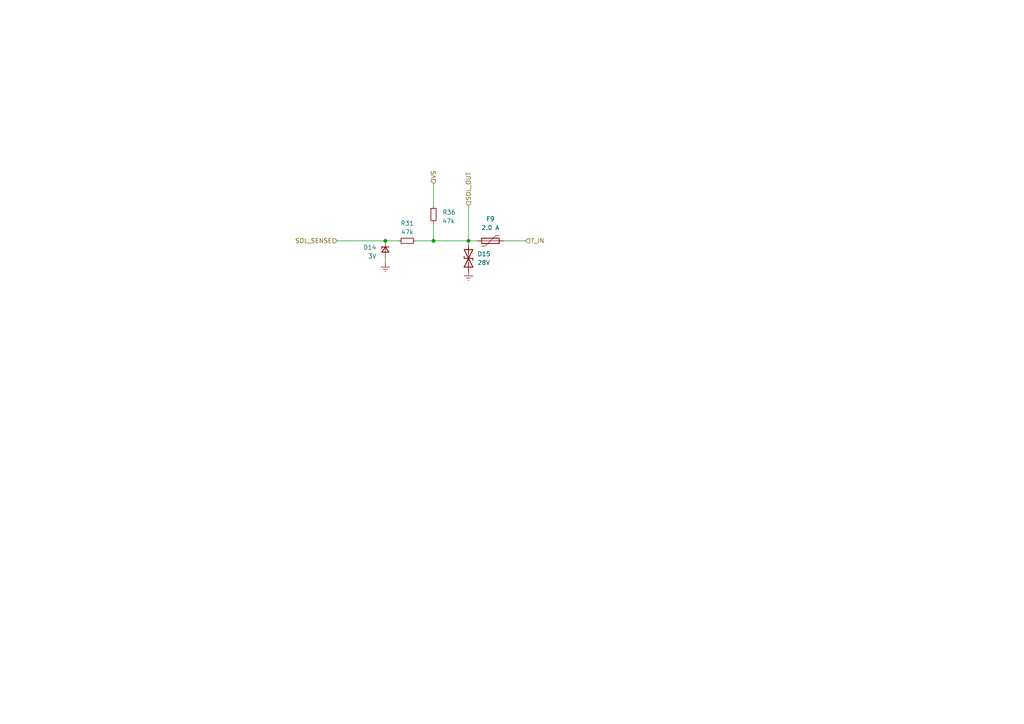
<source format=kicad_sch>
(kicad_sch (version 20250114) (generator "eeschema") (generator_version "9.0")
  (paper "A4")
  (lib_symbols
    (symbol "Device:D_TVS" (pin_numbers (hide yes)) (pin_names (offset 1.016) (hide yes))
      (property "Reference" "D" (at 0 2.54 0))
      (property "Value" "D_TVS" (at 0 -2.54 0))
      (symbol "D_TVS_0_1"
        (polyline (pts (xy -2.54 1.27) (xy -2.54 -1.27) (xy 2.54 1.27) (xy 2.54 -1.27) (xy -2.54 1.27)) (stroke (width 0.254)))
        (polyline (pts (xy 0.508 1.27) (xy 0 1.27) (xy 0 -1.27) (xy -0.508 -1.27)) (stroke (width 0.254)))
        (polyline (pts (xy 1.27 0) (xy -1.27 0)))
      )
      (symbol "D_TVS_1_1"
        (pin passive line (at -3.81 0 0) (length 2.54) (name "A1") (number "1"))
        (pin passive line (at 3.81 0 180) (length 2.54) (name "A2") (number "2"))
      )
    )
    (symbol "Device:D_Zener_Small" (pin_numbers (hide yes)) (pin_names (offset 0.254) (hide yes))
      (property "Reference" "D" (at 0 2.286 0))
      (property "Value" "D_Zener_Small" (at 0 -2.286 0))
      (symbol "D_Zener_Small_0_1"
        (polyline (pts (xy -0.254 1.016) (xy -0.762 1.016) (xy -0.762 -1.016)) (stroke (width 0.254)))
        (polyline (pts (xy 0.762 1.016) (xy -0.762 0) (xy 0.762 -1.016) (xy 0.762 1.016)) (stroke (width 0.254)))
        (polyline (pts (xy 0.762 0) (xy -0.762 0)))
      )
      (symbol "D_Zener_Small_1_1"
        (pin passive line (at -2.54 0 0) (length 1.778) (name "K") (number "1"))
        (pin passive line (at 2.54 0 180) (length 1.778) (name "A") (number "2"))
      )
    )
    (symbol "Device:Polyfuse" (pin_numbers (hide yes)) (pin_names (offset 0))
      (property "Reference" "F" (at -2.54 0 90))
      (property "Value" "Polyfuse" (at 2.54 0 90))
      (symbol "Polyfuse_0_1"
        (polyline (pts (xy -1.524 2.54) (xy -1.524 1.524) (xy 1.524 -1.524) (xy 1.524 -2.54)))
        (rectangle (start -0.762 2.54) (end 0.762 -2.54) (stroke (width 0.254)))
        (polyline (pts (xy 0 2.54) (xy 0 -2.54)))
      )
      (symbol "Polyfuse_1_1"
        (pin passive line (at 0 3.81 270) (length 1.27) (name "~") (number "1"))
        (pin passive line (at 0 -3.81 90) (length 1.27) (name "~") (number "2"))
      )
    )
    (symbol "Device:R_Small" (pin_numbers (hide yes)) (pin_names (offset 0.254) (hide yes))
      (property "Reference" "R" (at 0.762 0.508 0))
      (property "Value" "R_Small" (at 0.762 -1.016 0))
      (symbol "R_Small_0_1"
        (rectangle (start -0.762 1.778) (end 0.762 -1.778) (stroke (width 0.2032)))
      )
      (symbol "R_Small_1_1"
        (pin passive line (at 0 2.54 270) (length 0.762) (name "~") (number "1"))
        (pin passive line (at 0 -2.54 90) (length 0.762) (name "~") (number "2"))
      )
    )
    (symbol "Earth_12" (power) (pin_names (offset 0))
      (symbol "Earth_12_0_1"
        (polyline (pts (xy -0.635 -1.905) (xy 0.635 -1.905)))
        (polyline (pts (xy -0.127 -2.54) (xy 0.127 -2.54)))
        (polyline (pts (xy 0 -1.27) (xy 0 0)))
        (polyline (pts (xy 1.27 -1.27) (xy -1.27 -1.27)))
      )
      (symbol "Earth_12_1_1"
        (pin power_in line (at 0 0 270) (length 0) (hide yes) (name "Earth") (number "1"))
      )
    )
    (symbol "power:Earth" (power) (pin_names (offset 0))
      (symbol "Earth_0_1"
        (polyline (pts (xy -0.635 -1.905) (xy 0.635 -1.905)))
        (polyline (pts (xy -0.127 -2.54) (xy 0.127 -2.54)))
        (polyline (pts (xy 0 -1.27) (xy 0 0)))
        (polyline (pts (xy 1.27 -1.27) (xy -1.27 -1.27)))
      )
      (symbol "Earth_1_1"
        (pin power_in line (at 0 0 270) (length 0) (hide yes) (name "Earth") (number "1"))
      )
    )
  )
  (junction (at 135.89 69.85))
  (junction (at 125.73 69.85))
  (junction (at 111.76 69.85))
  (wire (pts (xy 125.73 53.34) (xy 125.73 59.69)))
  (wire (pts (xy 111.76 74.93) (xy 111.76 76.2)))
  (wire (pts (xy 125.73 69.85) (xy 135.89 69.85)))
  (wire (pts (xy 135.89 69.85) (xy 138.43 69.85)))
  (wire (pts (xy 120.65 69.85) (xy 125.73 69.85)))
  (wire (pts (xy 135.89 59.69) (xy 135.89 69.85)))
  (wire (pts (xy 125.73 64.77) (xy 125.73 69.85)))
  (wire (pts (xy 135.89 69.85) (xy 135.89 71.12)))
  (wire (pts (xy 111.76 69.85) (xy 115.57 69.85)))
  (wire (pts (xy 146.05 69.85) (xy 152.4 69.85)))
  (wire (pts (xy 97.79 69.85) (xy 111.76 69.85)))
  (hierarchical_label "SOL_OUT" (shape input) (at 135.89 59.69 90))
  (hierarchical_label "SOL_SENSE" (shape input) (at 97.79 69.85 180))
  (hierarchical_label "VS" (shape input) (at 125.73 53.34 90))
  (hierarchical_label "T_IN" (shape input) (at 152.4 69.85 0))
  (symbol (lib_name "Earth_12") (lib_id "power:Earth") (at 111.76 76.2 0) (unit 1)
    (property "Reference" "#PWR086" (effects (hide yes)))
    (property "Value" "Earth" (effects (hide yes)))
    (instances (project "SIGURD" (path "" (reference "#PWR084") (unit 1)) (path "" (reference "#PWR080") (unit 1)) (path "" (reference "#PWR086") (unit 1)) (path "" (reference "#PWR088") (unit 1))))
  )
  (symbol (lib_id "Device:R_Small") (at 118.11 69.85 270) (unit 1)
    (property "Reference" "R32" (at 118.11 64.77 90))
    (property "Value" "47k" (at 118.11 67.31 90))
    (property "Footprint" "Resistor_SMD:R_0603_1608Metric_Pad0.98x0.95mm_HandSolder" (effects (hide yes)))
    (instances (project "SIGURD" (path "" (reference "R31") (unit 1)) (path "" (reference "R29") (unit 1)) (path "" (reference "R32") (unit 1)) (path "" (reference "R33") (unit 1))))
  )
  (symbol (lib_id "Device:Polyfuse") (at 142.24 69.85 90) (unit 1)
    (property "Reference" "F10" (at 142.24 63.5 90))
    (property "Value" "2.0 A" (at 142.24 66.04 90))
    (property "Footprint" "Fuse:Fuse_1812_4532Metric" (effects (hide yes)))
    (property "mfn" " 1210L150/16WR " (effects (hide yes)))
    (instances (project "SIGURD" (path "" (reference "F9") (unit 1)) (path "" (reference "F7") (unit 1)) (path "" (reference "F10") (unit 1)) (path "" (reference "F11") (unit 1))))
  )
  (symbol (lib_id "Device:D_TVS") (at 135.89 74.93 90) (unit 1)
    (property "Reference" "D17" (at 138.43 73.6599 90) (effects (justify right)))
    (property "Value" "28V" (at 138.43 76.1999 90) (effects (justify right)))
    (property "Footprint" "Diode_SMD:D_0603_1608Metric_Pad1.05x0.95mm_HandSolder" (effects (hide yes)))
    (property "mfn" " CG0603MLC-24LEA" (effects (hide yes)))
    (instances (project "SIGURD" (path "" (reference "D15") (unit 1)) (path "" (reference "D12") (unit 1)) (path "" (reference "D17") (unit 1)) (path "" (reference "D19") (unit 1))))
  )
  (symbol (lib_id "Device:D_Zener_Small") (at 111.76 72.39 90) (mirror x) (unit 1)
    (property "Reference" "D16" (at 109.22 71.755 90) (effects (justify left)))
    (property "Value" "3V" (at 109.22 74.295 90) (effects (justify left)))
    (property "Footprint" "Diode_SMD:D_SOD-323_HandSoldering" (effects (hide yes)))
    (property "mfn" " PZU3.0B2,115 " (effects (hide yes)))
    (instances (project "SIGURD" (path "" (reference "D14") (unit 1)) (path "" (reference "D10") (unit 1)) (path "" (reference "D16") (unit 1)) (path "" (reference "D18") (unit 1))))
  )
  (symbol (lib_id "Device:R_Small") (at 125.73 62.23 0) (unit 1)
    (property "Reference" "R37" (at 128.27 61.595 0) (effects (justify left)))
    (property "Value" "47k" (at 128.27 64.135 0) (effects (justify left)))
    (property "Footprint" "Resistor_SMD:R_0603_1608Metric_Pad0.98x0.95mm_HandSolder" (effects (hide yes)))
    (instances (project "SIGURD" (path "" (reference "R36") (unit 1)) (path "" (reference "R34") (unit 1)) (path "" (reference "R37") (unit 1)) (path "" (reference "R38") (unit 1))))
  )
  (symbol (lib_id "power:Earth") (at 135.89 78.74 0) (unit 1)
    (property "Reference" "#PWR087" (effects (hide yes)))
    (property "Value" "Earth" (effects (hide yes)))
    (instances (project "SIGURD" (path "" (reference "#PWR085") (unit 1)) (path "" (reference "#PWR081") (unit 1)) (path "" (reference "#PWR087") (unit 1)) (path "" (reference "#PWR089") (unit 1))))
  )
)
</source>
